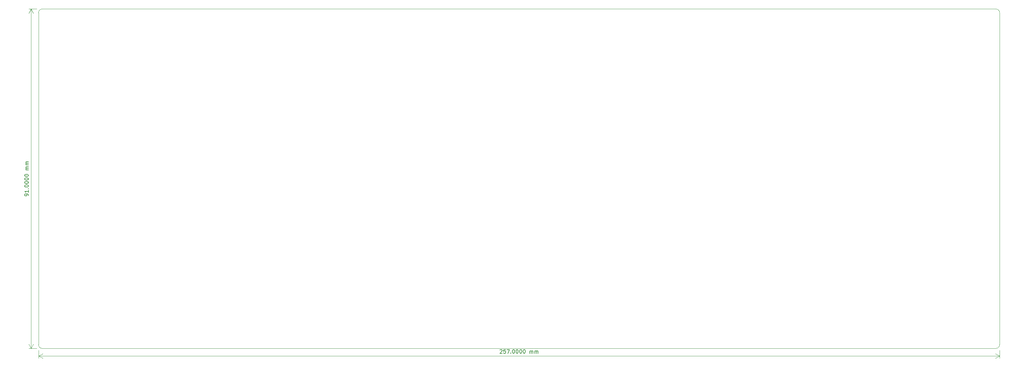
<source format=gm1>
G04 #@! TF.GenerationSoftware,KiCad,Pcbnew,(6.0.4)*
G04 #@! TF.CreationDate,2022-06-01T02:41:54-07:00*
G04 #@! TF.ProjectId,ditto,64697474-6f2e-46b6-9963-61645f706362,rev?*
G04 #@! TF.SameCoordinates,Original*
G04 #@! TF.FileFunction,Profile,NP*
%FSLAX46Y46*%
G04 Gerber Fmt 4.6, Leading zero omitted, Abs format (unit mm)*
G04 Created by KiCad (PCBNEW (6.0.4)) date 2022-06-01 02:41:54*
%MOMM*%
%LPD*%
G01*
G04 APERTURE LIST*
G04 #@! TA.AperFunction,Profile*
%ADD10C,0.100000*%
G04 #@! TD*
%ADD11C,0.150000*%
G04 APERTURE END LIST*
D10*
X103000000Y-208000000D02*
X103000000Y-119000000D01*
X359000000Y-209000000D02*
X104000000Y-209000000D01*
X104000000Y-118000000D02*
G75*
G03*
X103000000Y-119000000I0J-1000000D01*
G01*
X103000000Y-208000000D02*
G75*
G03*
X104000000Y-209000000I1000000J0D01*
G01*
X359000000Y-118000000D02*
X104000000Y-118000000D01*
X360000000Y-119000000D02*
G75*
G03*
X359000000Y-118000000I-1000000J0D01*
G01*
X360000000Y-208000000D02*
X360000000Y-119000000D01*
X359000000Y-209000000D02*
G75*
G03*
X360000000Y-208000000I0J1000000D01*
G01*
D11*
X226404761Y-209397619D02*
X226452380Y-209350000D01*
X226547619Y-209302380D01*
X226785714Y-209302380D01*
X226880952Y-209350000D01*
X226928571Y-209397619D01*
X226976190Y-209492857D01*
X226976190Y-209588095D01*
X226928571Y-209730952D01*
X226357142Y-210302380D01*
X226976190Y-210302380D01*
X227880952Y-209302380D02*
X227404761Y-209302380D01*
X227357142Y-209778571D01*
X227404761Y-209730952D01*
X227500000Y-209683333D01*
X227738095Y-209683333D01*
X227833333Y-209730952D01*
X227880952Y-209778571D01*
X227928571Y-209873809D01*
X227928571Y-210111904D01*
X227880952Y-210207142D01*
X227833333Y-210254761D01*
X227738095Y-210302380D01*
X227500000Y-210302380D01*
X227404761Y-210254761D01*
X227357142Y-210207142D01*
X228261904Y-209302380D02*
X228928571Y-209302380D01*
X228500000Y-210302380D01*
X229309523Y-210207142D02*
X229357142Y-210254761D01*
X229309523Y-210302380D01*
X229261904Y-210254761D01*
X229309523Y-210207142D01*
X229309523Y-210302380D01*
X229976190Y-209302380D02*
X230071428Y-209302380D01*
X230166666Y-209350000D01*
X230214285Y-209397619D01*
X230261904Y-209492857D01*
X230309523Y-209683333D01*
X230309523Y-209921428D01*
X230261904Y-210111904D01*
X230214285Y-210207142D01*
X230166666Y-210254761D01*
X230071428Y-210302380D01*
X229976190Y-210302380D01*
X229880952Y-210254761D01*
X229833333Y-210207142D01*
X229785714Y-210111904D01*
X229738095Y-209921428D01*
X229738095Y-209683333D01*
X229785714Y-209492857D01*
X229833333Y-209397619D01*
X229880952Y-209350000D01*
X229976190Y-209302380D01*
X230928571Y-209302380D02*
X231023809Y-209302380D01*
X231119047Y-209350000D01*
X231166666Y-209397619D01*
X231214285Y-209492857D01*
X231261904Y-209683333D01*
X231261904Y-209921428D01*
X231214285Y-210111904D01*
X231166666Y-210207142D01*
X231119047Y-210254761D01*
X231023809Y-210302380D01*
X230928571Y-210302380D01*
X230833333Y-210254761D01*
X230785714Y-210207142D01*
X230738095Y-210111904D01*
X230690476Y-209921428D01*
X230690476Y-209683333D01*
X230738095Y-209492857D01*
X230785714Y-209397619D01*
X230833333Y-209350000D01*
X230928571Y-209302380D01*
X231880952Y-209302380D02*
X231976190Y-209302380D01*
X232071428Y-209350000D01*
X232119047Y-209397619D01*
X232166666Y-209492857D01*
X232214285Y-209683333D01*
X232214285Y-209921428D01*
X232166666Y-210111904D01*
X232119047Y-210207142D01*
X232071428Y-210254761D01*
X231976190Y-210302380D01*
X231880952Y-210302380D01*
X231785714Y-210254761D01*
X231738095Y-210207142D01*
X231690476Y-210111904D01*
X231642857Y-209921428D01*
X231642857Y-209683333D01*
X231690476Y-209492857D01*
X231738095Y-209397619D01*
X231785714Y-209350000D01*
X231880952Y-209302380D01*
X232833333Y-209302380D02*
X232928571Y-209302380D01*
X233023809Y-209350000D01*
X233071428Y-209397619D01*
X233119047Y-209492857D01*
X233166666Y-209683333D01*
X233166666Y-209921428D01*
X233119047Y-210111904D01*
X233071428Y-210207142D01*
X233023809Y-210254761D01*
X232928571Y-210302380D01*
X232833333Y-210302380D01*
X232738095Y-210254761D01*
X232690476Y-210207142D01*
X232642857Y-210111904D01*
X232595238Y-209921428D01*
X232595238Y-209683333D01*
X232642857Y-209492857D01*
X232690476Y-209397619D01*
X232738095Y-209350000D01*
X232833333Y-209302380D01*
X234357142Y-210302380D02*
X234357142Y-209635714D01*
X234357142Y-209730952D02*
X234404761Y-209683333D01*
X234500000Y-209635714D01*
X234642857Y-209635714D01*
X234738095Y-209683333D01*
X234785714Y-209778571D01*
X234785714Y-210302380D01*
X234785714Y-209778571D02*
X234833333Y-209683333D01*
X234928571Y-209635714D01*
X235071428Y-209635714D01*
X235166666Y-209683333D01*
X235214285Y-209778571D01*
X235214285Y-210302380D01*
X235690476Y-210302380D02*
X235690476Y-209635714D01*
X235690476Y-209730952D02*
X235738095Y-209683333D01*
X235833333Y-209635714D01*
X235976190Y-209635714D01*
X236071428Y-209683333D01*
X236119047Y-209778571D01*
X236119047Y-210302380D01*
X236119047Y-209778571D02*
X236166666Y-209683333D01*
X236261904Y-209635714D01*
X236404761Y-209635714D01*
X236500000Y-209683333D01*
X236547619Y-209778571D01*
X236547619Y-210302380D01*
D10*
X103000000Y-209500000D02*
X103000000Y-211586420D01*
X360000000Y-209500000D02*
X360000000Y-211586420D01*
X103000000Y-211000000D02*
X360000000Y-211000000D01*
X103000000Y-211000000D02*
X360000000Y-211000000D01*
X103000000Y-211000000D02*
X104126504Y-211586421D01*
X103000000Y-211000000D02*
X104126504Y-210413579D01*
X360000000Y-211000000D02*
X358873496Y-210413579D01*
X360000000Y-211000000D02*
X358873496Y-211586421D01*
D11*
X100302380Y-168023809D02*
X100302380Y-167833333D01*
X100254761Y-167738095D01*
X100207142Y-167690476D01*
X100064285Y-167595238D01*
X99873809Y-167547619D01*
X99492857Y-167547619D01*
X99397619Y-167595238D01*
X99350000Y-167642857D01*
X99302380Y-167738095D01*
X99302380Y-167928571D01*
X99350000Y-168023809D01*
X99397619Y-168071428D01*
X99492857Y-168119047D01*
X99730952Y-168119047D01*
X99826190Y-168071428D01*
X99873809Y-168023809D01*
X99921428Y-167928571D01*
X99921428Y-167738095D01*
X99873809Y-167642857D01*
X99826190Y-167595238D01*
X99730952Y-167547619D01*
X100302380Y-166595238D02*
X100302380Y-167166666D01*
X100302380Y-166880952D02*
X99302380Y-166880952D01*
X99445238Y-166976190D01*
X99540476Y-167071428D01*
X99588095Y-167166666D01*
X100207142Y-166166666D02*
X100254761Y-166119047D01*
X100302380Y-166166666D01*
X100254761Y-166214285D01*
X100207142Y-166166666D01*
X100302380Y-166166666D01*
X99302380Y-165500000D02*
X99302380Y-165404761D01*
X99350000Y-165309523D01*
X99397619Y-165261904D01*
X99492857Y-165214285D01*
X99683333Y-165166666D01*
X99921428Y-165166666D01*
X100111904Y-165214285D01*
X100207142Y-165261904D01*
X100254761Y-165309523D01*
X100302380Y-165404761D01*
X100302380Y-165500000D01*
X100254761Y-165595238D01*
X100207142Y-165642857D01*
X100111904Y-165690476D01*
X99921428Y-165738095D01*
X99683333Y-165738095D01*
X99492857Y-165690476D01*
X99397619Y-165642857D01*
X99350000Y-165595238D01*
X99302380Y-165500000D01*
X99302380Y-164547619D02*
X99302380Y-164452380D01*
X99350000Y-164357142D01*
X99397619Y-164309523D01*
X99492857Y-164261904D01*
X99683333Y-164214285D01*
X99921428Y-164214285D01*
X100111904Y-164261904D01*
X100207142Y-164309523D01*
X100254761Y-164357142D01*
X100302380Y-164452380D01*
X100302380Y-164547619D01*
X100254761Y-164642857D01*
X100207142Y-164690476D01*
X100111904Y-164738095D01*
X99921428Y-164785714D01*
X99683333Y-164785714D01*
X99492857Y-164738095D01*
X99397619Y-164690476D01*
X99350000Y-164642857D01*
X99302380Y-164547619D01*
X99302380Y-163595238D02*
X99302380Y-163500000D01*
X99350000Y-163404761D01*
X99397619Y-163357142D01*
X99492857Y-163309523D01*
X99683333Y-163261904D01*
X99921428Y-163261904D01*
X100111904Y-163309523D01*
X100207142Y-163357142D01*
X100254761Y-163404761D01*
X100302380Y-163500000D01*
X100302380Y-163595238D01*
X100254761Y-163690476D01*
X100207142Y-163738095D01*
X100111904Y-163785714D01*
X99921428Y-163833333D01*
X99683333Y-163833333D01*
X99492857Y-163785714D01*
X99397619Y-163738095D01*
X99350000Y-163690476D01*
X99302380Y-163595238D01*
X99302380Y-162642857D02*
X99302380Y-162547619D01*
X99350000Y-162452380D01*
X99397619Y-162404761D01*
X99492857Y-162357142D01*
X99683333Y-162309523D01*
X99921428Y-162309523D01*
X100111904Y-162357142D01*
X100207142Y-162404761D01*
X100254761Y-162452380D01*
X100302380Y-162547619D01*
X100302380Y-162642857D01*
X100254761Y-162738095D01*
X100207142Y-162785714D01*
X100111904Y-162833333D01*
X99921428Y-162880952D01*
X99683333Y-162880952D01*
X99492857Y-162833333D01*
X99397619Y-162785714D01*
X99350000Y-162738095D01*
X99302380Y-162642857D01*
X100302380Y-161119047D02*
X99635714Y-161119047D01*
X99730952Y-161119047D02*
X99683333Y-161071428D01*
X99635714Y-160976190D01*
X99635714Y-160833333D01*
X99683333Y-160738095D01*
X99778571Y-160690476D01*
X100302380Y-160690476D01*
X99778571Y-160690476D02*
X99683333Y-160642857D01*
X99635714Y-160547619D01*
X99635714Y-160404761D01*
X99683333Y-160309523D01*
X99778571Y-160261904D01*
X100302380Y-160261904D01*
X100302380Y-159785714D02*
X99635714Y-159785714D01*
X99730952Y-159785714D02*
X99683333Y-159738095D01*
X99635714Y-159642857D01*
X99635714Y-159500000D01*
X99683333Y-159404761D01*
X99778571Y-159357142D01*
X100302380Y-159357142D01*
X99778571Y-159357142D02*
X99683333Y-159309523D01*
X99635714Y-159214285D01*
X99635714Y-159071428D01*
X99683333Y-158976190D01*
X99778571Y-158928571D01*
X100302380Y-158928571D01*
D10*
X102500000Y-209000000D02*
X100413580Y-209000000D01*
X102500000Y-118000000D02*
X100413580Y-118000000D01*
X101000000Y-209000000D02*
X101000000Y-118000000D01*
X101000000Y-209000000D02*
X101000000Y-118000000D01*
X101000000Y-209000000D02*
X101586421Y-207873496D01*
X101000000Y-209000000D02*
X100413579Y-207873496D01*
X101000000Y-118000000D02*
X100413579Y-119126504D01*
X101000000Y-118000000D02*
X101586421Y-119126504D01*
M02*

</source>
